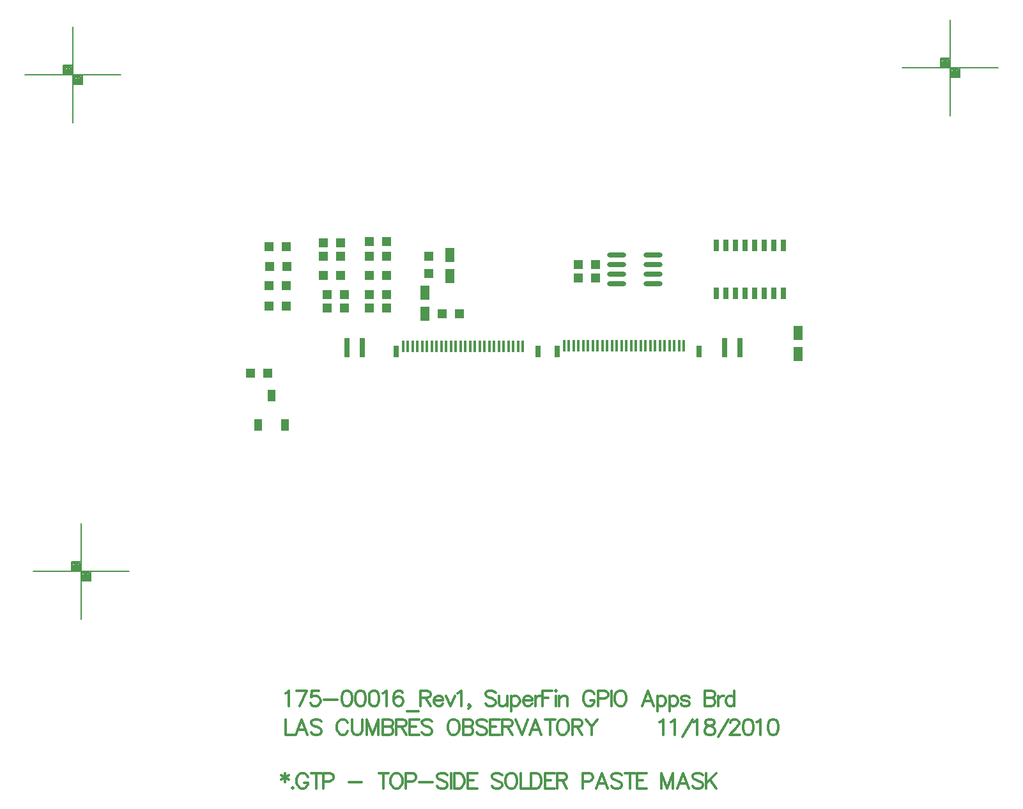
<source format=gtp>
%FSLAX23Y23*%
%MOIN*%
G70*
G01*
G75*
G04 Layer_Color=8421504*
%ADD10R,0.030X0.060*%
%ADD11R,0.048X0.078*%
%ADD12O,0.098X0.028*%
%ADD13R,0.031X0.060*%
%ADD14R,0.014X0.060*%
%ADD15R,0.030X0.100*%
%ADD16R,0.039X0.059*%
%ADD17R,0.050X0.050*%
%ADD18R,0.050X0.050*%
%ADD19C,0.020*%
%ADD20C,0.005*%
%ADD21C,0.010*%
%ADD22C,0.012*%
%ADD23C,0.008*%
%ADD24C,0.012*%
%ADD25C,0.012*%
%ADD26C,0.055*%
%ADD27C,0.059*%
%ADD28R,0.059X0.059*%
%ADD29R,0.059X0.059*%
%ADD30C,0.219*%
%ADD31C,0.024*%
%ADD32C,0.040*%
G04:AMPARAMS|DCode=33|XSize=93.465mil|YSize=93.465mil|CornerRadius=0mil|HoleSize=0mil|Usage=FLASHONLY|Rotation=0.000|XOffset=0mil|YOffset=0mil|HoleType=Round|Shape=Relief|Width=10mil|Gap=10mil|Entries=4|*
%AMTHD33*
7,0,0,0.093,0.073,0.010,45*
%
%ADD33THD33*%
%ADD34C,0.073*%
%ADD35C,0.075*%
G04:AMPARAMS|DCode=36|XSize=95.433mil|YSize=95.433mil|CornerRadius=0mil|HoleSize=0mil|Usage=FLASHONLY|Rotation=0.000|XOffset=0mil|YOffset=0mil|HoleType=Round|Shape=Relief|Width=10mil|Gap=10mil|Entries=4|*
%AMTHD36*
7,0,0,0.095,0.075,0.010,45*
%
%ADD36THD36*%
%ADD37C,0.206*%
G04:AMPARAMS|DCode=38|XSize=70mil|YSize=70mil|CornerRadius=0mil|HoleSize=0mil|Usage=FLASHONLY|Rotation=0.000|XOffset=0mil|YOffset=0mil|HoleType=Round|Shape=Relief|Width=10mil|Gap=10mil|Entries=4|*
%AMTHD38*
7,0,0,0.070,0.050,0.010,45*
%
%ADD38THD38*%
%ADD39C,0.050*%
%ADD40O,0.091X0.024*%
%ADD41R,0.020X0.016*%
%ADD42R,0.020X0.020*%
%ADD43O,0.079X0.024*%
%ADD44R,0.017X0.045*%
%ADD45C,0.007*%
%ADD46C,0.010*%
%ADD47C,0.010*%
%ADD48C,0.008*%
%ADD49C,0.007*%
%ADD50C,0.006*%
%ADD51R,0.189X0.132*%
D10*
X24202Y16472D02*
D03*
X24152D02*
D03*
X24102D02*
D03*
X24052D02*
D03*
X24002D02*
D03*
X23952D02*
D03*
X23902D02*
D03*
X23852D02*
D03*
Y16222D02*
D03*
X23902D02*
D03*
X23952D02*
D03*
X24002D02*
D03*
X24052D02*
D03*
X24102D02*
D03*
X24152D02*
D03*
X24202D02*
D03*
D11*
X22462Y16312D02*
D03*
Y16422D02*
D03*
X22332Y16117D02*
D03*
Y16227D02*
D03*
X24277Y16017D02*
D03*
Y15907D02*
D03*
D12*
X23330Y16422D02*
D03*
Y16372D02*
D03*
Y16322D02*
D03*
Y16272D02*
D03*
X23523Y16422D02*
D03*
Y16372D02*
D03*
Y16322D02*
D03*
Y16272D02*
D03*
D13*
X23020Y15921D02*
D03*
X23760D02*
D03*
X22920D02*
D03*
X22180D02*
D03*
D14*
X23683Y15949D02*
D03*
X23658D02*
D03*
X23633D02*
D03*
X23608D02*
D03*
X23583D02*
D03*
X23558D02*
D03*
X23533D02*
D03*
X23508D02*
D03*
X23483D02*
D03*
X23458D02*
D03*
X23433D02*
D03*
X23408D02*
D03*
X23383D02*
D03*
X23358D02*
D03*
X23333D02*
D03*
X23308D02*
D03*
X23283D02*
D03*
X23258D02*
D03*
X23233D02*
D03*
X23208D02*
D03*
X23183D02*
D03*
X23158D02*
D03*
X23133D02*
D03*
X23108D02*
D03*
X23083D02*
D03*
X23058D02*
D03*
X22842Y15948D02*
D03*
X22817D02*
D03*
X22792D02*
D03*
X22767D02*
D03*
X22742D02*
D03*
X22717D02*
D03*
X22692D02*
D03*
X22667D02*
D03*
X22642D02*
D03*
X22617D02*
D03*
X22592D02*
D03*
X22567D02*
D03*
X22542D02*
D03*
X22517D02*
D03*
X22492D02*
D03*
X22467D02*
D03*
X22442D02*
D03*
X22417D02*
D03*
X22392D02*
D03*
X22367D02*
D03*
X22342D02*
D03*
X22317D02*
D03*
X22292D02*
D03*
X22267D02*
D03*
X22242D02*
D03*
X22217D02*
D03*
D15*
X21926Y15939D02*
D03*
X22005D02*
D03*
X23896Y15940D02*
D03*
X23975D02*
D03*
D16*
X21463Y15538D02*
D03*
X21532Y15691D02*
D03*
X21601Y15538D02*
D03*
D17*
X21422Y15807D02*
D03*
X21512D02*
D03*
X21607Y16157D02*
D03*
X21517D02*
D03*
X22130Y16217D02*
D03*
X22040D02*
D03*
X22130Y16147D02*
D03*
X22040D02*
D03*
X21612Y16362D02*
D03*
X21522D02*
D03*
X22130Y16417D02*
D03*
X22040D02*
D03*
X22130Y16492D02*
D03*
X22040D02*
D03*
X21607Y16467D02*
D03*
X21517D02*
D03*
X21803Y16417D02*
D03*
X21893D02*
D03*
X21803Y16487D02*
D03*
X21893D02*
D03*
X21607Y16262D02*
D03*
X21517D02*
D03*
X21822Y16217D02*
D03*
X21912D02*
D03*
X21822Y16147D02*
D03*
X21912D02*
D03*
X23222Y16302D02*
D03*
X23132D02*
D03*
Y16372D02*
D03*
X23222D02*
D03*
X22512Y16117D02*
D03*
X22422D02*
D03*
X22040Y16317D02*
D03*
X22130D02*
D03*
X21893D02*
D03*
X21803D02*
D03*
D18*
X22352Y16417D02*
D03*
Y16327D02*
D03*
D23*
X24820Y17399D02*
X25320D01*
X25070Y17149D02*
Y17649D01*
X25020Y17399D02*
Y17449D01*
X25070D01*
X25120Y17349D02*
Y17399D01*
X25070Y17349D02*
X25120D01*
X25075Y17394D02*
X25115D01*
Y17354D02*
Y17394D01*
X25075Y17354D02*
X25115D01*
X25075D02*
Y17394D01*
X25080Y17389D02*
X25110D01*
Y17359D02*
Y17389D01*
X25080Y17359D02*
X25110D01*
X25080D02*
Y17384D01*
X25085D02*
X25105D01*
Y17364D02*
Y17384D01*
X25085Y17364D02*
X25105D01*
X25085D02*
Y17379D01*
X25090D02*
X25100D01*
Y17369D02*
Y17379D01*
X25090Y17369D02*
X25100D01*
X25090D02*
Y17379D01*
Y17374D02*
X25100D01*
X25025Y17444D02*
X25065D01*
Y17404D02*
Y17444D01*
X25025Y17404D02*
X25065D01*
X25025D02*
Y17444D01*
X25030Y17439D02*
X25060D01*
Y17409D02*
Y17439D01*
X25030Y17409D02*
X25060D01*
X25030D02*
Y17434D01*
X25035D02*
X25055D01*
Y17414D02*
Y17434D01*
X25035Y17414D02*
X25055D01*
X25035D02*
Y17429D01*
X25040D02*
X25050D01*
Y17419D02*
Y17429D01*
X25040Y17419D02*
X25050D01*
X25040D02*
Y17429D01*
Y17424D02*
X25050D01*
X20287Y14772D02*
X20787D01*
X20537Y14522D02*
Y15022D01*
X20487Y14772D02*
Y14822D01*
X20537D01*
X20587Y14722D02*
Y14772D01*
X20537Y14722D02*
X20587D01*
X20542Y14767D02*
X20582D01*
Y14727D02*
Y14767D01*
X20542Y14727D02*
X20582D01*
X20542D02*
Y14767D01*
X20547Y14762D02*
X20577D01*
Y14732D02*
Y14762D01*
X20547Y14732D02*
X20577D01*
X20547D02*
Y14757D01*
X20552D02*
X20572D01*
Y14737D02*
Y14757D01*
X20552Y14737D02*
X20572D01*
X20552D02*
Y14752D01*
X20557D02*
X20567D01*
Y14742D02*
Y14752D01*
X20557Y14742D02*
X20567D01*
X20557D02*
Y14752D01*
Y14747D02*
X20567D01*
X20492Y14817D02*
X20532D01*
Y14777D02*
Y14817D01*
X20492Y14777D02*
X20532D01*
X20492D02*
Y14817D01*
X20497Y14812D02*
X20527D01*
Y14782D02*
Y14812D01*
X20497Y14782D02*
X20527D01*
X20497D02*
Y14807D01*
X20502D02*
X20522D01*
Y14787D02*
Y14807D01*
X20502Y14787D02*
X20522D01*
X20502D02*
Y14802D01*
X20507D02*
X20517D01*
Y14792D02*
Y14802D01*
X20507Y14792D02*
X20517D01*
X20507D02*
Y14802D01*
Y14797D02*
X20517D01*
X20246Y17365D02*
X20746D01*
X20496Y17115D02*
Y17615D01*
X20446Y17365D02*
Y17415D01*
X20496D01*
X20546Y17315D02*
Y17365D01*
X20496Y17315D02*
X20546D01*
X20501Y17360D02*
X20541D01*
Y17320D02*
Y17360D01*
X20501Y17320D02*
X20541D01*
X20501D02*
Y17360D01*
X20506Y17355D02*
X20536D01*
Y17325D02*
Y17355D01*
X20506Y17325D02*
X20536D01*
X20506D02*
Y17350D01*
X20511D02*
X20531D01*
Y17330D02*
Y17350D01*
X20511Y17330D02*
X20531D01*
X20511D02*
Y17345D01*
X20516D02*
X20526D01*
Y17335D02*
Y17345D01*
X20516Y17335D02*
X20526D01*
X20516D02*
Y17345D01*
Y17340D02*
X20526D01*
X20451Y17410D02*
X20491D01*
Y17370D02*
Y17410D01*
X20451Y17370D02*
X20491D01*
X20451D02*
Y17410D01*
X20456Y17405D02*
X20486D01*
Y17375D02*
Y17405D01*
X20456Y17375D02*
X20486D01*
X20456D02*
Y17400D01*
X20461D02*
X20481D01*
Y17380D02*
Y17400D01*
X20461Y17380D02*
X20481D01*
X20461D02*
Y17395D01*
X20466D02*
X20476D01*
Y17385D02*
Y17395D01*
X20466Y17385D02*
X20476D01*
X20466D02*
Y17395D01*
Y17390D02*
X20476D01*
D24*
X21604Y14001D02*
Y13921D01*
X21650D01*
X21719D02*
X21689Y14001D01*
X21658Y13921D01*
X21670Y13948D02*
X21708D01*
X21791Y13989D02*
X21784Y13997D01*
X21772Y14001D01*
X21757D01*
X21746Y13997D01*
X21738Y13989D01*
Y13982D01*
X21742Y13974D01*
X21746Y13970D01*
X21753Y13967D01*
X21776Y13959D01*
X21784Y13955D01*
X21787Y13951D01*
X21791Y13944D01*
Y13932D01*
X21784Y13925D01*
X21772Y13921D01*
X21757D01*
X21746Y13925D01*
X21738Y13932D01*
X21929Y13982D02*
X21925Y13989D01*
X21918Y13997D01*
X21910Y14001D01*
X21895D01*
X21887Y13997D01*
X21880Y13989D01*
X21876Y13982D01*
X21872Y13970D01*
Y13951D01*
X21876Y13940D01*
X21880Y13932D01*
X21887Y13925D01*
X21895Y13921D01*
X21910D01*
X21918Y13925D01*
X21925Y13932D01*
X21929Y13940D01*
X21952Y14001D02*
Y13944D01*
X21955Y13932D01*
X21963Y13925D01*
X21974Y13921D01*
X21982D01*
X21994Y13925D01*
X22001Y13932D01*
X22005Y13944D01*
Y14001D01*
X22027D02*
Y13921D01*
Y14001D02*
X22058Y13921D01*
X22088Y14001D02*
X22058Y13921D01*
X22088Y14001D02*
Y13921D01*
X22111Y14001D02*
Y13921D01*
Y14001D02*
X22145D01*
X22157Y13997D01*
X22160Y13993D01*
X22164Y13986D01*
Y13978D01*
X22160Y13970D01*
X22157Y13967D01*
X22145Y13963D01*
X22111D02*
X22145D01*
X22157Y13959D01*
X22160Y13955D01*
X22164Y13948D01*
Y13936D01*
X22160Y13928D01*
X22157Y13925D01*
X22145Y13921D01*
X22111D01*
X22182Y14001D02*
Y13921D01*
Y14001D02*
X22216D01*
X22228Y13997D01*
X22232Y13993D01*
X22235Y13986D01*
Y13978D01*
X22232Y13970D01*
X22228Y13967D01*
X22216Y13963D01*
X22182D01*
X22209D02*
X22235Y13921D01*
X22303Y14001D02*
X22253D01*
Y13921D01*
X22303D01*
X22253Y13963D02*
X22284D01*
X22369Y13989D02*
X22362Y13997D01*
X22350Y14001D01*
X22335D01*
X22324Y13997D01*
X22316Y13989D01*
Y13982D01*
X22320Y13974D01*
X22324Y13970D01*
X22331Y13967D01*
X22354Y13959D01*
X22362Y13955D01*
X22366Y13951D01*
X22369Y13944D01*
Y13932D01*
X22362Y13925D01*
X22350Y13921D01*
X22335D01*
X22324Y13925D01*
X22316Y13932D01*
X22473Y14001D02*
X22465Y13997D01*
X22458Y13989D01*
X22454Y13982D01*
X22450Y13970D01*
Y13951D01*
X22454Y13940D01*
X22458Y13932D01*
X22465Y13925D01*
X22473Y13921D01*
X22488D01*
X22496Y13925D01*
X22504Y13932D01*
X22507Y13940D01*
X22511Y13951D01*
Y13970D01*
X22507Y13982D01*
X22504Y13989D01*
X22496Y13997D01*
X22488Y14001D01*
X22473D01*
X22530D02*
Y13921D01*
Y14001D02*
X22564D01*
X22576Y13997D01*
X22579Y13993D01*
X22583Y13986D01*
Y13978D01*
X22579Y13970D01*
X22576Y13967D01*
X22564Y13963D01*
X22530D02*
X22564D01*
X22576Y13959D01*
X22579Y13955D01*
X22583Y13948D01*
Y13936D01*
X22579Y13928D01*
X22576Y13925D01*
X22564Y13921D01*
X22530D01*
X22654Y13989D02*
X22647Y13997D01*
X22635Y14001D01*
X22620D01*
X22609Y13997D01*
X22601Y13989D01*
Y13982D01*
X22605Y13974D01*
X22609Y13970D01*
X22616Y13967D01*
X22639Y13959D01*
X22647Y13955D01*
X22651Y13951D01*
X22654Y13944D01*
Y13932D01*
X22647Y13925D01*
X22635Y13921D01*
X22620D01*
X22609Y13925D01*
X22601Y13932D01*
X22722Y14001D02*
X22672D01*
Y13921D01*
X22722D01*
X22672Y13963D02*
X22703D01*
X22735Y14001D02*
Y13921D01*
Y14001D02*
X22769D01*
X22781Y13997D01*
X22785Y13993D01*
X22788Y13986D01*
Y13978D01*
X22785Y13970D01*
X22781Y13967D01*
X22769Y13963D01*
X22735D01*
X22762D02*
X22788Y13921D01*
X22806Y14001D02*
X22837Y13921D01*
X22867Y14001D02*
X22837Y13921D01*
X22938D02*
X22908Y14001D01*
X22878Y13921D01*
X22889Y13948D02*
X22927D01*
X22984Y14001D02*
Y13921D01*
X22957Y14001D02*
X23010D01*
X23043D02*
X23035Y13997D01*
X23028Y13989D01*
X23024Y13982D01*
X23020Y13970D01*
Y13951D01*
X23024Y13940D01*
X23028Y13932D01*
X23035Y13925D01*
X23043Y13921D01*
X23058D01*
X23066Y13925D01*
X23073Y13932D01*
X23077Y13940D01*
X23081Y13951D01*
Y13970D01*
X23077Y13982D01*
X23073Y13989D01*
X23066Y13997D01*
X23058Y14001D01*
X23043D01*
X23100D02*
Y13921D01*
Y14001D02*
X23134D01*
X23145Y13997D01*
X23149Y13993D01*
X23153Y13986D01*
Y13978D01*
X23149Y13970D01*
X23145Y13967D01*
X23134Y13963D01*
X23100D01*
X23126D02*
X23153Y13921D01*
X23171Y14001D02*
X23201Y13963D01*
Y13921D01*
X23232Y14001D02*
X23201Y13963D01*
X23556Y13986D02*
X23564Y13989D01*
X23575Y14001D01*
Y13921D01*
X23615Y13986D02*
X23623Y13989D01*
X23634Y14001D01*
Y13921D01*
X23674Y13909D02*
X23727Y14001D01*
X23732Y13986D02*
X23740Y13989D01*
X23751Y14001D01*
Y13921D01*
X23810Y14001D02*
X23798Y13997D01*
X23795Y13989D01*
Y13982D01*
X23798Y13974D01*
X23806Y13970D01*
X23821Y13967D01*
X23833Y13963D01*
X23840Y13955D01*
X23844Y13948D01*
Y13936D01*
X23840Y13928D01*
X23837Y13925D01*
X23825Y13921D01*
X23810D01*
X23798Y13925D01*
X23795Y13928D01*
X23791Y13936D01*
Y13948D01*
X23795Y13955D01*
X23802Y13963D01*
X23814Y13967D01*
X23829Y13970D01*
X23837Y13974D01*
X23840Y13982D01*
Y13989D01*
X23837Y13997D01*
X23825Y14001D01*
X23810D01*
X23862Y13909D02*
X23915Y14001D01*
X23925Y13982D02*
Y13986D01*
X23928Y13993D01*
X23932Y13997D01*
X23940Y14001D01*
X23955D01*
X23963Y13997D01*
X23966Y13993D01*
X23970Y13986D01*
Y13978D01*
X23966Y13970D01*
X23959Y13959D01*
X23921Y13921D01*
X23974D01*
X24015Y14001D02*
X24003Y13997D01*
X23996Y13986D01*
X23992Y13967D01*
Y13955D01*
X23996Y13936D01*
X24003Y13925D01*
X24015Y13921D01*
X24022D01*
X24034Y13925D01*
X24041Y13936D01*
X24045Y13955D01*
Y13967D01*
X24041Y13986D01*
X24034Y13997D01*
X24022Y14001D01*
X24015D01*
X24063Y13986D02*
X24071Y13989D01*
X24082Y14001D01*
Y13921D01*
X24145Y14001D02*
X24133Y13997D01*
X24126Y13986D01*
X24122Y13967D01*
Y13955D01*
X24126Y13936D01*
X24133Y13925D01*
X24145Y13921D01*
X24152D01*
X24164Y13925D01*
X24171Y13936D01*
X24175Y13955D01*
Y13967D01*
X24171Y13986D01*
X24164Y13997D01*
X24152Y14001D01*
X24145D01*
D25*
X21602Y13720D02*
Y13675D01*
X21583Y13709D02*
X21621Y13686D01*
Y13709D02*
X21583Y13686D01*
X21641Y13648D02*
X21637Y13644D01*
X21641Y13640D01*
X21645Y13644D01*
X21641Y13648D01*
X21720Y13701D02*
X21716Y13709D01*
X21708Y13716D01*
X21701Y13720D01*
X21685D01*
X21678Y13716D01*
X21670Y13709D01*
X21666Y13701D01*
X21662Y13690D01*
Y13671D01*
X21666Y13659D01*
X21670Y13652D01*
X21678Y13644D01*
X21685Y13640D01*
X21701D01*
X21708Y13644D01*
X21716Y13652D01*
X21720Y13659D01*
Y13671D01*
X21701D02*
X21720D01*
X21765Y13720D02*
Y13640D01*
X21738Y13720D02*
X21791D01*
X21801Y13678D02*
X21835D01*
X21846Y13682D01*
X21850Y13686D01*
X21854Y13694D01*
Y13705D01*
X21850Y13713D01*
X21846Y13716D01*
X21835Y13720D01*
X21801D01*
Y13640D01*
X21935Y13675D02*
X22003D01*
X22116Y13720D02*
Y13640D01*
X22090Y13720D02*
X22143D01*
X22176D02*
X22168Y13716D01*
X22160Y13709D01*
X22156Y13701D01*
X22153Y13690D01*
Y13671D01*
X22156Y13659D01*
X22160Y13652D01*
X22168Y13644D01*
X22176Y13640D01*
X22191D01*
X22198Y13644D01*
X22206Y13652D01*
X22210Y13659D01*
X22214Y13671D01*
Y13690D01*
X22210Y13701D01*
X22206Y13709D01*
X22198Y13716D01*
X22191Y13720D01*
X22176D01*
X22232Y13678D02*
X22267D01*
X22278Y13682D01*
X22282Y13686D01*
X22286Y13694D01*
Y13705D01*
X22282Y13713D01*
X22278Y13716D01*
X22267Y13720D01*
X22232D01*
Y13640D01*
X22303Y13675D02*
X22372D01*
X22449Y13709D02*
X22441Y13716D01*
X22430Y13720D01*
X22415D01*
X22403Y13716D01*
X22396Y13709D01*
Y13701D01*
X22399Y13694D01*
X22403Y13690D01*
X22411Y13686D01*
X22434Y13678D01*
X22441Y13675D01*
X22445Y13671D01*
X22449Y13663D01*
Y13652D01*
X22441Y13644D01*
X22430Y13640D01*
X22415D01*
X22403Y13644D01*
X22396Y13652D01*
X22467Y13720D02*
Y13640D01*
X22484Y13720D02*
Y13640D01*
Y13720D02*
X22510D01*
X22522Y13716D01*
X22529Y13709D01*
X22533Y13701D01*
X22537Y13690D01*
Y13671D01*
X22533Y13659D01*
X22529Y13652D01*
X22522Y13644D01*
X22510Y13640D01*
X22484D01*
X22604Y13720D02*
X22555D01*
Y13640D01*
X22604D01*
X22555Y13682D02*
X22585D01*
X22734Y13709D02*
X22726Y13716D01*
X22715Y13720D01*
X22700D01*
X22688Y13716D01*
X22681Y13709D01*
Y13701D01*
X22684Y13694D01*
X22688Y13690D01*
X22696Y13686D01*
X22719Y13678D01*
X22726Y13675D01*
X22730Y13671D01*
X22734Y13663D01*
Y13652D01*
X22726Y13644D01*
X22715Y13640D01*
X22700D01*
X22688Y13644D01*
X22681Y13652D01*
X22775Y13720D02*
X22767Y13716D01*
X22759Y13709D01*
X22756Y13701D01*
X22752Y13690D01*
Y13671D01*
X22756Y13659D01*
X22759Y13652D01*
X22767Y13644D01*
X22775Y13640D01*
X22790D01*
X22797Y13644D01*
X22805Y13652D01*
X22809Y13659D01*
X22813Y13671D01*
Y13690D01*
X22809Y13701D01*
X22805Y13709D01*
X22797Y13716D01*
X22790Y13720D01*
X22775D01*
X22831D02*
Y13640D01*
X22877D01*
X22886Y13720D02*
Y13640D01*
Y13720D02*
X22912D01*
X22924Y13716D01*
X22932Y13709D01*
X22935Y13701D01*
X22939Y13690D01*
Y13671D01*
X22935Y13659D01*
X22932Y13652D01*
X22924Y13644D01*
X22912Y13640D01*
X22886D01*
X23007Y13720D02*
X22957D01*
Y13640D01*
X23007D01*
X22957Y13682D02*
X22988D01*
X23020Y13720D02*
Y13640D01*
Y13720D02*
X23054D01*
X23066Y13716D01*
X23069Y13713D01*
X23073Y13705D01*
Y13697D01*
X23069Y13690D01*
X23066Y13686D01*
X23054Y13682D01*
X23020D01*
X23047D02*
X23073Y13640D01*
X23154Y13678D02*
X23188D01*
X23200Y13682D01*
X23203Y13686D01*
X23207Y13694D01*
Y13705D01*
X23203Y13713D01*
X23200Y13716D01*
X23188Y13720D01*
X23154D01*
Y13640D01*
X23286D02*
X23256Y13720D01*
X23225Y13640D01*
X23237Y13667D02*
X23275D01*
X23358Y13709D02*
X23350Y13716D01*
X23339Y13720D01*
X23324D01*
X23312Y13716D01*
X23305Y13709D01*
Y13701D01*
X23309Y13694D01*
X23312Y13690D01*
X23320Y13686D01*
X23343Y13678D01*
X23350Y13675D01*
X23354Y13671D01*
X23358Y13663D01*
Y13652D01*
X23350Y13644D01*
X23339Y13640D01*
X23324D01*
X23312Y13644D01*
X23305Y13652D01*
X23403Y13720D02*
Y13640D01*
X23376Y13720D02*
X23429D01*
X23488D02*
X23439D01*
Y13640D01*
X23488D01*
X23439Y13682D02*
X23469D01*
X23565Y13720D02*
Y13640D01*
Y13720D02*
X23595Y13640D01*
X23625Y13720D02*
X23595Y13640D01*
X23625Y13720D02*
Y13640D01*
X23709D02*
X23679Y13720D01*
X23648Y13640D01*
X23660Y13667D02*
X23698D01*
X23781Y13709D02*
X23774Y13716D01*
X23762Y13720D01*
X23747D01*
X23736Y13716D01*
X23728Y13709D01*
Y13701D01*
X23732Y13694D01*
X23736Y13690D01*
X23743Y13686D01*
X23766Y13678D01*
X23774Y13675D01*
X23777Y13671D01*
X23781Y13663D01*
Y13652D01*
X23774Y13644D01*
X23762Y13640D01*
X23747D01*
X23736Y13644D01*
X23728Y13652D01*
X23799Y13720D02*
Y13640D01*
X23852Y13720D02*
X23799Y13667D01*
X23818Y13686D02*
X23852Y13640D01*
X21604Y14136D02*
X21612Y14139D01*
X21623Y14151D01*
Y14071D01*
X21716Y14151D02*
X21678Y14071D01*
X21663Y14151D02*
X21716D01*
X21779D02*
X21741D01*
X21738Y14117D01*
X21741Y14120D01*
X21753Y14124D01*
X21764D01*
X21776Y14120D01*
X21783Y14113D01*
X21787Y14101D01*
Y14094D01*
X21783Y14082D01*
X21776Y14075D01*
X21764Y14071D01*
X21753D01*
X21741Y14075D01*
X21738Y14079D01*
X21734Y14086D01*
X21805Y14105D02*
X21874D01*
X21920Y14151D02*
X21909Y14147D01*
X21901Y14136D01*
X21897Y14117D01*
Y14105D01*
X21901Y14086D01*
X21909Y14075D01*
X21920Y14071D01*
X21928D01*
X21939Y14075D01*
X21947Y14086D01*
X21950Y14105D01*
Y14117D01*
X21947Y14136D01*
X21939Y14147D01*
X21928Y14151D01*
X21920D01*
X21991D02*
X21980Y14147D01*
X21972Y14136D01*
X21968Y14117D01*
Y14105D01*
X21972Y14086D01*
X21980Y14075D01*
X21991Y14071D01*
X21999D01*
X22010Y14075D01*
X22018Y14086D01*
X22022Y14105D01*
Y14117D01*
X22018Y14136D01*
X22010Y14147D01*
X21999Y14151D01*
X21991D01*
X22062D02*
X22051Y14147D01*
X22043Y14136D01*
X22040Y14117D01*
Y14105D01*
X22043Y14086D01*
X22051Y14075D01*
X22062Y14071D01*
X22070D01*
X22082Y14075D01*
X22089Y14086D01*
X22093Y14105D01*
Y14117D01*
X22089Y14136D01*
X22082Y14147D01*
X22070Y14151D01*
X22062D01*
X22111Y14136D02*
X22118Y14139D01*
X22130Y14151D01*
Y14071D01*
X22215Y14139D02*
X22211Y14147D01*
X22200Y14151D01*
X22192D01*
X22181Y14147D01*
X22173Y14136D01*
X22169Y14117D01*
Y14098D01*
X22173Y14082D01*
X22181Y14075D01*
X22192Y14071D01*
X22196D01*
X22208Y14075D01*
X22215Y14082D01*
X22219Y14094D01*
Y14098D01*
X22215Y14109D01*
X22208Y14117D01*
X22196Y14120D01*
X22192D01*
X22181Y14117D01*
X22173Y14109D01*
X22169Y14098D01*
X22237Y14044D02*
X22297D01*
X22308Y14151D02*
Y14071D01*
Y14151D02*
X22342D01*
X22353Y14147D01*
X22357Y14143D01*
X22361Y14136D01*
Y14128D01*
X22357Y14120D01*
X22353Y14117D01*
X22342Y14113D01*
X22308D01*
X22334D02*
X22361Y14071D01*
X22379Y14101D02*
X22425D01*
Y14109D01*
X22421Y14117D01*
X22417Y14120D01*
X22409Y14124D01*
X22398D01*
X22390Y14120D01*
X22383Y14113D01*
X22379Y14101D01*
Y14094D01*
X22383Y14082D01*
X22390Y14075D01*
X22398Y14071D01*
X22409D01*
X22417Y14075D01*
X22425Y14082D01*
X22442Y14124D02*
X22465Y14071D01*
X22488Y14124D02*
X22465Y14071D01*
X22500Y14136D02*
X22508Y14139D01*
X22520Y14151D01*
Y14071D01*
X22567Y14075D02*
X22563Y14071D01*
X22559Y14075D01*
X22563Y14079D01*
X22567Y14075D01*
Y14067D01*
X22563Y14059D01*
X22559Y14056D01*
X22700Y14139D02*
X22693Y14147D01*
X22681Y14151D01*
X22666D01*
X22655Y14147D01*
X22647Y14139D01*
Y14132D01*
X22651Y14124D01*
X22655Y14120D01*
X22662Y14117D01*
X22685Y14109D01*
X22693Y14105D01*
X22697Y14101D01*
X22700Y14094D01*
Y14082D01*
X22693Y14075D01*
X22681Y14071D01*
X22666D01*
X22655Y14075D01*
X22647Y14082D01*
X22718Y14124D02*
Y14086D01*
X22722Y14075D01*
X22730Y14071D01*
X22741D01*
X22749Y14075D01*
X22760Y14086D01*
Y14124D02*
Y14071D01*
X22781Y14124D02*
Y14044D01*
Y14113D02*
X22789Y14120D01*
X22796Y14124D01*
X22808D01*
X22815Y14120D01*
X22823Y14113D01*
X22827Y14101D01*
Y14094D01*
X22823Y14082D01*
X22815Y14075D01*
X22808Y14071D01*
X22796D01*
X22789Y14075D01*
X22781Y14082D01*
X22844Y14101D02*
X22890D01*
Y14109D01*
X22886Y14117D01*
X22882Y14120D01*
X22874Y14124D01*
X22863D01*
X22855Y14120D01*
X22848Y14113D01*
X22844Y14101D01*
Y14094D01*
X22848Y14082D01*
X22855Y14075D01*
X22863Y14071D01*
X22874D01*
X22882Y14075D01*
X22890Y14082D01*
X22907Y14124D02*
Y14071D01*
Y14101D02*
X22911Y14113D01*
X22918Y14120D01*
X22926Y14124D01*
X22937D01*
X22945Y14151D02*
Y14071D01*
Y14151D02*
X22994D01*
X22945Y14113D02*
X22975D01*
X23011Y14151D02*
X23015Y14147D01*
X23018Y14151D01*
X23015Y14155D01*
X23011Y14151D01*
X23015Y14124D02*
Y14071D01*
X23033Y14124D02*
Y14071D01*
Y14109D02*
X23044Y14120D01*
X23052Y14124D01*
X23063D01*
X23071Y14120D01*
X23074Y14109D01*
Y14071D01*
X23215Y14132D02*
X23212Y14139D01*
X23204Y14147D01*
X23196Y14151D01*
X23181D01*
X23173Y14147D01*
X23166Y14139D01*
X23162Y14132D01*
X23158Y14120D01*
Y14101D01*
X23162Y14090D01*
X23166Y14082D01*
X23173Y14075D01*
X23181Y14071D01*
X23196D01*
X23204Y14075D01*
X23212Y14082D01*
X23215Y14090D01*
Y14101D01*
X23196D02*
X23215D01*
X23234Y14109D02*
X23268D01*
X23279Y14113D01*
X23283Y14117D01*
X23287Y14124D01*
Y14136D01*
X23283Y14143D01*
X23279Y14147D01*
X23268Y14151D01*
X23234D01*
Y14071D01*
X23305Y14151D02*
Y14071D01*
X23344Y14151D02*
X23337Y14147D01*
X23329Y14139D01*
X23325Y14132D01*
X23322Y14120D01*
Y14101D01*
X23325Y14090D01*
X23329Y14082D01*
X23337Y14075D01*
X23344Y14071D01*
X23360D01*
X23367Y14075D01*
X23375Y14082D01*
X23379Y14090D01*
X23383Y14101D01*
Y14120D01*
X23379Y14132D01*
X23375Y14139D01*
X23367Y14147D01*
X23360Y14151D01*
X23344D01*
X23525Y14071D02*
X23495Y14151D01*
X23464Y14071D01*
X23476Y14098D02*
X23514D01*
X23544Y14124D02*
Y14044D01*
Y14113D02*
X23551Y14120D01*
X23559Y14124D01*
X23570D01*
X23578Y14120D01*
X23586Y14113D01*
X23589Y14101D01*
Y14094D01*
X23586Y14082D01*
X23578Y14075D01*
X23570Y14071D01*
X23559D01*
X23551Y14075D01*
X23544Y14082D01*
X23607Y14124D02*
Y14044D01*
Y14113D02*
X23614Y14120D01*
X23622Y14124D01*
X23633D01*
X23641Y14120D01*
X23648Y14113D01*
X23652Y14101D01*
Y14094D01*
X23648Y14082D01*
X23641Y14075D01*
X23633Y14071D01*
X23622D01*
X23614Y14075D01*
X23607Y14082D01*
X23711Y14113D02*
X23707Y14120D01*
X23696Y14124D01*
X23685D01*
X23673Y14120D01*
X23669Y14113D01*
X23673Y14105D01*
X23681Y14101D01*
X23700Y14098D01*
X23707Y14094D01*
X23711Y14086D01*
Y14082D01*
X23707Y14075D01*
X23696Y14071D01*
X23685D01*
X23673Y14075D01*
X23669Y14082D01*
X23791Y14151D02*
Y14071D01*
Y14151D02*
X23825D01*
X23837Y14147D01*
X23840Y14143D01*
X23844Y14136D01*
Y14128D01*
X23840Y14120D01*
X23837Y14117D01*
X23825Y14113D01*
X23791D02*
X23825D01*
X23837Y14109D01*
X23840Y14105D01*
X23844Y14098D01*
Y14086D01*
X23840Y14079D01*
X23837Y14075D01*
X23825Y14071D01*
X23791D01*
X23862Y14124D02*
Y14071D01*
Y14101D02*
X23866Y14113D01*
X23874Y14120D01*
X23881Y14124D01*
X23893D01*
X23945Y14151D02*
Y14071D01*
Y14113D02*
X23938Y14120D01*
X23930Y14124D01*
X23919D01*
X23911Y14120D01*
X23904Y14113D01*
X23900Y14101D01*
Y14094D01*
X23904Y14082D01*
X23911Y14075D01*
X23919Y14071D01*
X23930D01*
X23938Y14075D01*
X23945Y14082D01*
M02*

</source>
